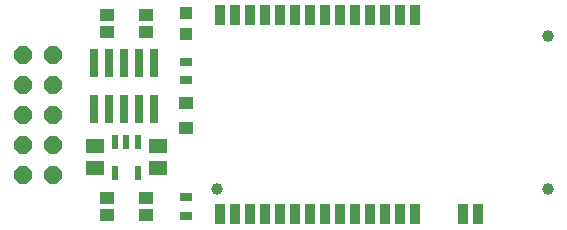
<source format=gbr>
G04 #@! TF.GenerationSoftware,KiCad,Pcbnew,9.0.1*
G04 #@! TF.CreationDate,2025-11-05T13:06:52+03:00*
G04 #@! TF.ProjectId,rpi-cc2652p-uart,7270692d-6363-4323-9635-32702d756172,rev?*
G04 #@! TF.SameCoordinates,Original*
G04 #@! TF.FileFunction,Soldermask,Top*
G04 #@! TF.FilePolarity,Negative*
%FSLAX46Y46*%
G04 Gerber Fmt 4.6, Leading zero omitted, Abs format (unit mm)*
G04 Created by KiCad (PCBNEW 9.0.1) date 2025-11-05 13:06:52*
%MOMM*%
%LPD*%
G01*
G04 APERTURE LIST*
G04 Aperture macros list*
%AMRoundRect*
0 Rectangle with rounded corners*
0 $1 Rounding radius*
0 $2 $3 $4 $5 $6 $7 $8 $9 X,Y pos of 4 corners*
0 Add a 4 corners polygon primitive as box body*
4,1,4,$2,$3,$4,$5,$6,$7,$8,$9,$2,$3,0*
0 Add four circle primitives for the rounded corners*
1,1,$1+$1,$2,$3*
1,1,$1+$1,$4,$5*
1,1,$1+$1,$6,$7*
1,1,$1+$1,$8,$9*
0 Add four rect primitives between the rounded corners*
20,1,$1+$1,$2,$3,$4,$5,0*
20,1,$1+$1,$4,$5,$6,$7,0*
20,1,$1+$1,$6,$7,$8,$9,0*
20,1,$1+$1,$8,$9,$2,$3,0*%
%AMOutline5P*
0 Free polygon, 5 corners , with rotation*
0 The origin of the aperture is its center*
0 number of corners: always 5*
0 $1 to $10 corner X, Y*
0 $11 Rotation angle, in degrees counterclockwise*
0 create outline with 5 corners*
4,1,5,$1,$2,$3,$4,$5,$6,$7,$8,$9,$10,$1,$2,$11*%
%AMOutline6P*
0 Free polygon, 6 corners , with rotation*
0 The origin of the aperture is its center*
0 number of corners: always 6*
0 $1 to $12 corner X, Y*
0 $13 Rotation angle, in degrees counterclockwise*
0 create outline with 6 corners*
4,1,6,$1,$2,$3,$4,$5,$6,$7,$8,$9,$10,$11,$12,$1,$2,$13*%
%AMOutline7P*
0 Free polygon, 7 corners , with rotation*
0 The origin of the aperture is its center*
0 number of corners: always 7*
0 $1 to $14 corner X, Y*
0 $15 Rotation angle, in degrees counterclockwise*
0 create outline with 7 corners*
4,1,7,$1,$2,$3,$4,$5,$6,$7,$8,$9,$10,$11,$12,$13,$14,$1,$2,$15*%
%AMOutline8P*
0 Free polygon, 8 corners , with rotation*
0 The origin of the aperture is its center*
0 number of corners: always 8*
0 $1 to $16 corner X, Y*
0 $17 Rotation angle, in degrees counterclockwise*
0 create outline with 8 corners*
4,1,8,$1,$2,$3,$4,$5,$6,$7,$8,$9,$10,$11,$12,$13,$14,$15,$16,$1,$2,$17*%
G04 Aperture macros list end*
%ADD10R,0.550000X1.200000*%
%ADD11R,0.940000X1.800000*%
%ADD12R,1.080000X1.050000*%
%ADD13R,1.500000X1.300000*%
%ADD14R,1.150000X1.050000*%
%ADD15R,0.760000X2.400000*%
%ADD16R,1.000000X0.800000*%
%ADD17RoundRect,0.500000X-0.000010X-0.000010X0.000010X-0.000010X0.000010X0.000010X-0.000010X0.000010X0*%
%ADD18R,1.200000X1.100000*%
%ADD19Outline8P,-0.762000X0.315631X-0.315631X0.762000X0.315631X0.762000X0.762000X0.315631X0.762000X-0.315631X0.315631X-0.762000X-0.315631X-0.762000X-0.762000X-0.315631X90.000000*%
G04 APERTURE END LIST*
D10*
X136151100Y-107253500D03*
X135201100Y-107253500D03*
X134251100Y-107253500D03*
X134251100Y-109853700D03*
X136151100Y-109853700D03*
D11*
X164971100Y-113353600D03*
X159611100Y-96553600D03*
X158341100Y-96553600D03*
X157071100Y-96553600D03*
X155801100Y-96553600D03*
X154531100Y-96553600D03*
X153261100Y-96553600D03*
X151991100Y-96553600D03*
X150721100Y-96553600D03*
X149451100Y-96553600D03*
X143101100Y-113353600D03*
X144371100Y-113353600D03*
X145641100Y-113353600D03*
X146911100Y-113353600D03*
X148181100Y-113353600D03*
X149451100Y-113353600D03*
X150721100Y-113353600D03*
X151991100Y-113353600D03*
X153261100Y-113353600D03*
X154531100Y-113353600D03*
X155801100Y-113353600D03*
X157071100Y-113353600D03*
X158341100Y-113353600D03*
X159611100Y-113353600D03*
X143101100Y-96553600D03*
X163701100Y-113353600D03*
X148181100Y-96553600D03*
X145641100Y-96553600D03*
X146911100Y-96553600D03*
X144371100Y-96553600D03*
D12*
X140201100Y-96378600D03*
X140201100Y-98128600D03*
D13*
X132501100Y-107603600D03*
X132501100Y-109503600D03*
D14*
X133526100Y-112028600D03*
X133526100Y-113478600D03*
X136876100Y-112028600D03*
X136876100Y-113478600D03*
D15*
X132461100Y-104503600D03*
X132461100Y-100603600D03*
X133731100Y-104503600D03*
X133731100Y-100603600D03*
X135001100Y-104503600D03*
X135001100Y-100603600D03*
X136271100Y-104503600D03*
X136271100Y-100603600D03*
X137541100Y-104503600D03*
X137541100Y-100603600D03*
D16*
X140201100Y-100453600D03*
X140201100Y-102053600D03*
X140201100Y-113553600D03*
X140201100Y-111953600D03*
D17*
X170901100Y-98253600D03*
D14*
X136876100Y-97978600D03*
X136876100Y-96528600D03*
X133526100Y-97978600D03*
X133526100Y-96528600D03*
D18*
X140201100Y-106053600D03*
X140201100Y-103953600D03*
D13*
X137901100Y-107603600D03*
X137901100Y-109503600D03*
D17*
X142901100Y-111253600D03*
X170901100Y-111253600D03*
D19*
X126398100Y-110056600D03*
X128938100Y-110056600D03*
X126398100Y-107516600D03*
X128938100Y-107516600D03*
X126398100Y-104976600D03*
X128938100Y-104976600D03*
X126398100Y-102436600D03*
X128938100Y-102436600D03*
X126398100Y-99896600D03*
X128938100Y-99896600D03*
M02*

</source>
